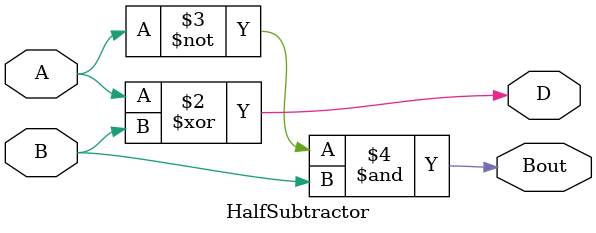
<source format=v>
`timescale 1ns / 1ps

module HalfSubtractor(
    input wire A,
    input wire B,
    output reg D,
    output reg Bout
    );
	 
always @(*)
begin
    D <= A^B;
    Bout <= (~A) & B;
end

endmodule
</source>
